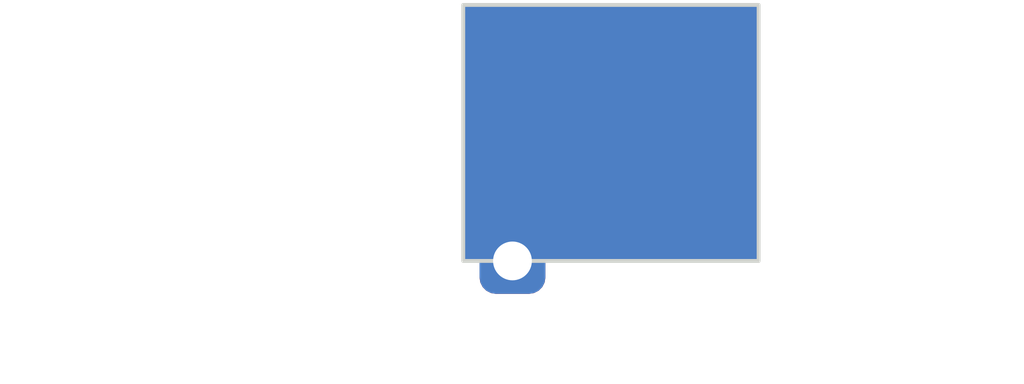
<source format=kicad_pcb>
(kicad_pcb (version 20221018) (generator pcbnew)
  (layers (0 "F.Cu" signal) (31 "B.Cu" signal) (34 "B.Paste" user) (35 "F.Paste" user) (36 "B.SilkS" user "B.Silkscreen") (37 "F.SilkS" user "F.Silkscreen") (38 "B.Mask" user) (39 "F.Mask" user) (44 "Edge.Cuts" user))
  (net 0 "")
  (footprint "Connector_PinHeader_2.54mm:PinHeader_1x01_P2.54mm_Vertical" (layer "F.Cu") (at 142.24 104.14)
    (fp_text reference "REF**" hide)
    (fp_text value "PinHeader_1x01_P2.54mm_Vertical")
    (pad "1" thru_hole roundrect (at 0 0) (size 1.7 1.7) (drill 1) (layers "*.Cu" "*.Mask"))
  )
  (gr_rect (start 140.97 97.536) (end 148.59 104.14) (stroke (width 0.1)) (fill none) (layer "Edge.Cuts"))
  (zone (net 0) (net_name "") (layer "F.Cu") (priority 1) (connect_pads (clearance 0.127)) (min_thickness 0.254) (fill yes (thermal_gap 0.508) (thermal_bridge_width 0.508) (island_removal_mode 1) (island_area_min 9.999999))
    (polygon (pts (xy 146.812 101.219) (xy 146.812 102.997) (xy 146.05 102.997) (xy 146.05 104.013) (xy 148.463 104.013) (xy 148.463 101.219)))
  )
  (zone (net 0) (net_name "") (layer "F.Cu") (priority 2) (connect_pads (clearance 0.127)) (min_thickness 0.254) (fill yes (thermal_gap 0.508) (thermal_bridge_width 0.508) (island_removal_mode 1) (island_area_min 9.999999))
    (polygon (pts (xy 145.923 102.997) (xy 145.923 104.013) (xy 141.097 104.013) (xy 141.097 100.457) (xy 144.78 100.457) (xy 144.78 101.219) (xy 145.288 101.219) (xy 145.288 102.997)))
  )
  (zone (net 0) (net_name "") (layer "F.Cu") (connect_pads (clearance 0.127)) (min_thickness 0.254) (fill yes (thermal_gap 0.508) (thermal_bridge_width 0.508) (island_removal_mode 1) (island_area_min 9.999999))
    (polygon (pts (xy 148.463 101.092) (xy 146.685 101.092) (xy 146.685 102.87) (xy 145.415 102.87) (xy 145.415 101.092) (xy 144.907 101.092) (xy 144.907 100.33) (xy 141.097 100.33) (xy 141.097 97.663) (xy 148.463 97.663)))
  )
  (zone (net 0) (net_name "") (layer "B.Cu") (priority 3) (connect_pads (clearance 0.127)) (min_thickness 0.254) (fill yes (thermal_gap 0.508) (thermal_bridge_width 0.508) (island_removal_mode 1) (island_area_min 10))
    (polygon (pts (xy 140.843 97.409) (xy 140.843 104.267) (xy 148.717 104.267) (xy 148.717 97.409)))
  )
)
</source>
